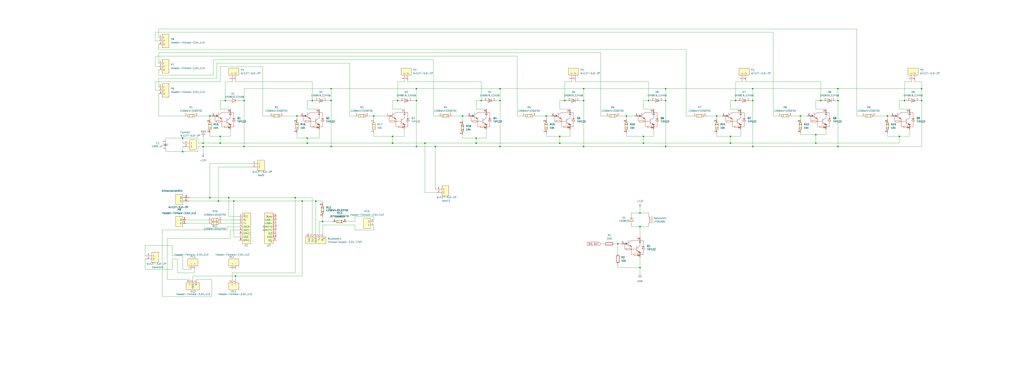
<source format=kicad_sch>
(kicad_sch (version 20250114) (generator "eeschema") (generator_version "9.0")
  (paper "User" 762 279.4)
  (lib_symbols
    (symbol "1N4001_C2456_1"
      (property "Reference" "D1" (at -1.2701 2.54 90))
      (property "Value" "1N4001_C2456" (at 1.2699 2.54 90))
      (symbol "1N4001_C2456_1_1_1"
        (pin unspecified line (at -5.08 0 0) (length 3.81) (name "") (number ""))
        (pin unspecified line (at 5.08 0 180) (length 3.81) (name "") (number ""))
      )
    )
    (symbol "1N4001_C2456_2"
      (property "Reference" "D1" (at -1.2701 2.54 90))
      (property "Value" "1N4001_C2456" (at 1.2699 2.54 90))
      (symbol "1N4001_C2456_2_1_1"
        (pin unspecified line (at -5.08 0 0) (length 3.81) (name "") (number ""))
        (pin unspecified line (at 5.08 0 180) (length 3.81) (name "") (number ""))
      )
    )
    (symbol "Device:L_Iron_Coupled" (pin_names (offset 0.254) (hide yes))
      (property "Reference" "L1" (at 0.8891 -3.81 90))
      (property "Value" "L_Iron_Coupled" (at -1.6509 -3.81 90))
      (symbol "L_Iron_Coupled_1_1"
        (pin passive line (at -5.08 2.54 0) (length 2.54) (name "1") (number ""))
        (pin passive line (at 5.08 2.54 180) (length 2.54) (name "2") (number ""))
      )
    )
    (symbol "Device:R" (pin_numbers (hide yes)) (pin_names (offset 0))
      (property "Reference" "R" (at 2.032 0 90))
      (property "Value" "R" (at 0 0 90))
      (symbol "R_1_1"
        (pin passive line (at 0 3.81 270) (length 1.27) (name "~") (number "1"))
        (pin passive line (at 0 -3.81 90) (length 1.27) (name "~") (number "2"))
      )
    )
    (symbol "HC-PM254-5.0H-1X8PZ_1"
      (property "Reference" "U3" (at 1.524 -11.43 0))
      (symbol "HC-PM254-5.0H-1X8PZ_1_1_1"
        (pin unspecified line (at -2.54 10.16 0) (length 2.54) (name "IO1") (number "9"))
        (pin unspecified line (at -2.54 7.62 0) (length 2.54) (name "GND") (number "10"))
        (pin unspecified line (at -2.54 5.08 0) (length 2.54) (name "IO2") (number "11"))
        (pin unspecified line (at -2.54 2.54 0) (length 2.54) (name "ADKEY1") (number "12"))
        (pin unspecified line (at -2.54 0 0) (length 2.54) (name "ADKEY2") (number "13"))
        (pin unspecified line (at -2.54 -2.54 0) (length 2.54) (name "USB+") (number "14"))
        (pin unspecified line (at -2.54 -5.08 0) (length 2.54) (name "USB-") (number "15"))
        (pin unspecified line (at -2.54 -7.62 0) (length 2.54) (name "Busy") (number "16"))
      )
    )
    (symbol "Header-Female-2.54_1x2_1"
      (property "Reference" "P11" (at 5.334 -2.032 90))
      (property "Value" "Header-Female-2.54_1x2" (at 7.112 -11.684 90))
      (symbol "Header-Female-2.54_1x2_1_1_1"
        (pin input line (at -3.81 1.27 0) (length 2.54) (name "-") (number "1"))
        (pin input line (at -3.81 -1.27 0) (length 2.54) (name "+") (number "2"))
      )
    )
    (symbol "Header-Female-2.54_1x2_3"
      (property "Reference" "P" (at 0 6.35 0))
      (property "Value" "Header-Female-2.54_1x2" (at 0 -6.35 0))
      (symbol "Header-Female-2.54_1x2_3_0_1"
        (pin input line (at -3.81 1.27 0) (length 2.54) (name "1") (number "1"))
        (pin input line (at -3.81 -1.27 0) (length 2.54) (name "2") (number "2"))
      )
    )
    (symbol "Header-Female-2.54_1x3_1"
      (property "Reference" "P" (at 0 7.62 0))
      (property "Value" "Header-Female-2.54_1x3" (at 0 -7.62 0))
      (symbol "Header-Female-2.54_1x3_1_0_1"
        (pin input line (at -3.81 2.54 0) (length 2.54) (name "1") (number "1"))
        (pin input line (at -3.81 0 0) (length 2.54) (name "2") (number "2"))
        (pin input line (at -3.81 -2.54 0) (length 2.54) (name "3") (number "3"))
      )
    )
    (symbol "Header-Female-2.54_1x3_2"
      (property "Reference" "P" (at 0 7.62 0))
      (property "Value" "Header-Female-2.54_1x3" (at 0 -7.62 0))
      (symbol "Header-Female-2.54_1x3_2_0_1"
        (pin input line (at -3.81 2.54 0) (length 2.54) (name "1") (number "1"))
        (pin input line (at -3.81 0 0) (length 2.54) (name "2") (number "2"))
        (pin input line (at -3.81 -2.54 0) (length 2.54) (name "3") (number "3"))
      )
    )
    (symbol "easyeda2kicad:1206W4F2200T5E"
      (property "Reference" "R" (at 0 5.08 0))
      (property "Value" "1206W4F2200T5E" (at 0 -5.08 0))
      (symbol "1206W4F2200T5E_0_1"
        (pin input line (at -5.08 0 0) (length 2.54) (name "1") (number "1"))
        (pin input line (at 5.08 0 180) (length 2.54) (name "2") (number "2"))
      )
    )
    (symbol "easyeda2kicad:1206W4J0102T5E"
      (property "Reference" "R" (at 0 5.08 0))
      (property "Value" "1206W4J0102T5E" (at 0 -5.08 0))
      (symbol "1206W4J0102T5E_0_1"
        (pin input line (at -5.08 0 0) (length 2.54) (name "1") (number "1"))
        (pin input line (at 5.08 0 180) (length 2.54) (name "2") (number "2"))
      )
    )
    (symbol "easyeda2kicad:1N4001_C2456"
      (property "Reference" "D" (at 0 5.08 0))
      (property "Value" "1N4001_C2456" (at 0 -5.08 0))
      (symbol "1N4001_C2456_0_1"
        (pin unspecified line (at -5.08 0 0) (length 3.81) (name "C") (number "1"))
        (pin unspecified line (at 5.08 0 180) (length 3.81) (name "A") (number "2"))
      )
    )
    (symbol "easyeda2kicad:CBBCapacitor224J_630V"
      (property "Reference" "C" (at 0 5.08 0))
      (property "Value" "CBBCapacitor 224J/630V" (at 0 -5.08 0))
      (symbol "CBBCapacitor224J_630V_0_1"
        (pin input line (at -3.81 0 0) (length 2.54) (name "1") (number "1"))
        (pin input line (at 3.81 0 180) (length 2.54) (name "2") (number "2"))
      )
    )
    (symbol "easyeda2kicad:Femaleheader　2.541*5Ｐ"
      (property "Reference" "Bluetooth" (at -0.0001 8.89 90))
      (property "Value" "Female header　2.54 1*5Ｐ" (at 2.5399 8.89 90))
      (symbol "Femaleheader　2.541*5Ｐ_1_1"
        (pin unspecified line (at -3.81 5.08 0) (length 2.54) (name "Rx") (number "1"))
        (pin unspecified line (at -3.81 2.54 0) (length 2.54) (name "Tx") (number "2"))
        (pin unspecified line (at -3.81 0 0) (length 2.54) (name "GND") (number "3"))
        (pin unspecified line (at -3.81 -2.54 0) (length 2.54) (name "Vcc") (number "4"))
        (pin unspecified line (at -3.81 -5.08 0) (length 2.54) (name "Key") (number "5"))
      )
    )
    (symbol "easyeda2kicad:HC-PM254-5.0H-1X8PZ"
      (property "Reference" "U2" (at 6.35 2.5401 0))
      (property "Value" "HC-PM254-5.0H-1X8PZ" (at 6.35 0.0001 0))
      (symbol "HC-PM254-5.0H-1X8PZ_1_1"
        (pin unspecified line (at -2.54 10.16 0) (length 2.54) (name "VCC") (number "1"))
        (pin unspecified line (at -2.54 7.62 0) (length 2.54) (name "Rx") (number "2"))
        (pin unspecified line (at -2.54 5.08 0) (length 2.54) (name "Tx") (number "3"))
        (pin unspecified line (at -2.54 2.54 0) (length 2.54) (name "DACR") (number "4"))
        (pin unspecified line (at -2.54 0 0) (length 2.54) (name "DACL") (number "5"))
        (pin unspecified line (at -2.54 -2.54 0) (length 2.54) (name "SPK2") (number "6"))
        (pin unspecified line (at -2.54 -5.08 0) (length 2.54) (name "GND") (number "7"))
        (pin unspecified line (at -2.54 -7.62 0) (length 2.54) (name "SPK1") (number "8"))
      )
    )
    (symbol "easyeda2kicad:Header-Female-2.54_1x2"
      (property "Reference" "R" (at 5.334 -0.508 90))
      (property "Value" "Header-Female-2.54_1x2" (at 7.112 -11.684 90))
      (symbol "Header-Female-2.54_1x2_1_1"
        (pin input line (at -3.81 1.27 0) (length 2.54) (name "+") (number "1"))
        (pin input line (at -3.81 -1.27 0) (length 2.54) (name "-") (number "2"))
      )
    )
    (symbol "easyeda2kicad:Header-Female-2.54_1x3"
      (property "Reference" "P12" (at 5.334 -1.778 90))
      (property "Value" "Header-Female-2.54_1x3" (at 7.112 -12.446 90))
      (symbol "Header-Female-2.54_1x3_1_1"
        (pin input line (at -3.81 2.54 0) (length 2.54) (name "R") (number "1"))
        (pin input line (at -3.81 0 0) (length 2.54) (name "GND") (number "2"))
        (pin input line (at -3.81 -2.54 0) (length 2.54) (name "L") (number "3"))
      )
    )
    (symbol "easyeda2kicad:RTT066800FTP"
      (property "Reference" "R" (at 0 5.08 0))
      (property "Value" "RTT066800FTP" (at 0 -5.08 0))
      (symbol "RTT066800FTP_0_1"
        (pin input line (at -5.08 0 0) (length 2.54) (name "1") (number "1"))
        (pin input line (at 5.08 0 180) (length 2.54) (name "2") (number "2"))
      )
    )
    (symbol "easyeda2kicad:TIP120"
      (property "Reference" "Q" (at 0 12.7 0))
      (property "Value" "TIP120" (at 0 -12.7 0))
      (symbol "TIP120_0_1"
        (pin input line (at -7.62 2.54 0) (length 2.54) (name "B") (number "1"))
        (pin input line (at 6.35 7.62 270) (length 2.54) (name "C") (number "2"))
        (pin input line (at 6.35 -7.62 90) (length 2.54) (name "E") (number "3"))
      )
    )
    (symbol "easyeda2kicad:WJ127-5.0-2P"
      (property "Reference" "P" (at 0 0 0))
      (property "Value" "WJ127-5.0-2P" (at 0 -10.16 0))
      (symbol "WJ127-5.0-2P_0_1"
        (pin unspecified line (at -1.27 -5.08 90) (length 5.08) (name "1") (number "1"))
        (pin unspecified line (at 1.27 -5.08 90) (length 5.08) (name "2") (number "2"))
      )
    )
    (symbol "power:+12V" (power) (pin_numbers (hide yes)) (pin_names (offset 0) (hide yes))
      (property "Value" "+12V" (at 0 3.556 0))
      (symbol "+12V_1_1"
        (pin power_in line (at 0 0 90) (length 0) (name "~") (number "1"))
      )
    )
    (symbol "power:GND" (power) (pin_numbers (hide yes)) (pin_names (offset 0) (hide yes))
      (property "Value" "GND" (at 0 -3.81 0))
      (symbol "GND_1_1"
        (pin power_in line (at 0 0 270) (length 0) (name "~") (number "1"))
      )
    )
  )
  (junction (at 434.34 74.93))
  (junction (at 323.85 109.22))
  (junction (at 246.38 74.93))
  (junction (at 173.99 149.86))
  (junction (at 416.56 106.68))
  (junction (at 175.26 205.74))
  (junction (at 623.57 66.04))
  (junction (at 406.4 86.36))
  (junction (at 220.98 86.36))
  (junction (at 495.3 74.93))
  (junction (at 669.29 101.6))
  (junction (at 295.91 74.93))
  (junction (at 354.33 106.68))
  (junction (at 476.25 168.91))
  (junction (at 246.38 109.22))
  (junction (at 219.71 147.32))
  (junction (at 673.1 74.93))
  (junction (at 495.3 66.04))
  (junction (at 156.21 147.32))
  (junction (at 560.07 74.93))
  (junction (at 478.79 101.6))
  (junction (at 309.88 109.22))
  (junction (at 167.64 74.93))
  (junction (at 610.87 74.93))
  (junction (at 228.6 102.87))
  (junction (at 543.56 106.68))
  (junction (at 595.63 86.36))
  (junction (at 416.56 101.6))
  (junction (at 543.56 101.6))
  (junction (at 466.09 86.36))
  (junction (at 547.37 74.93))
  (junction (at 434.34 66.04))
  (junction (at 434.34 109.22))
  (junction (at 309.88 66.04))
  (junction (at 685.8 74.93))
  (junction (at 476.25 158.75))
  (junction (at 495.3 109.22))
  (junction (at 135.89 102.87))
  (junction (at 163.83 101.6))
  (junction (at 607.06 100.33))
  (junction (at 607.06 106.68))
  (junction (at 344.17 86.36))
  (junction (at 162.56 149.86))
  (junction (at 623.57 74.93))
  (junction (at 234.95 149.86))
  (junction (at 459.74 181.61))
  (junction (at 292.1 101.6))
  (junction (at 560.07 109.22))
  (junction (at 372.11 109.22))
  (junction (at 309.88 74.93))
  (junction (at 316.23 106.68))
  (junction (at 372.11 74.93))
  (junction (at 240.03 165.1))
  (junction (at 660.4 86.36))
  (junction (at 533.4 86.36))
  (junction (at 623.57 109.22))
  (junction (at 372.11 66.04))
  (junction (at 156.21 86.36))
  (junction (at 354.33 102.87))
  (junction (at 135.89 113.03))
  (junction (at 246.38 66.04))
  (junction (at 163.83 106.68))
  (junction (at 170.18 147.32))
  (junction (at 476.25 199.39))
  (junction (at 478.79 106.68))
  (junction (at 232.41 74.93))
  (junction (at 181.61 109.22))
  (junction (at 181.61 74.93))
  (junction (at 228.6 106.68))
  (junction (at 420.37 74.93))
  (junction (at 292.1 106.68))
  (junction (at 685.8 66.04))
  (junction (at 151.13 106.68))
  (junction (at 358.14 74.93))
  (junction (at 151.13 109.22))
  (junction (at 224.79 149.86))
  (junction (at 482.6 74.93))
  (junction (at 278.13 86.36))
  (junction (at 560.07 66.04))
  (wire (pts (xy 610.87 74.93) (xy 612.14 74.93)))
  (wire (pts (xy 243.84 74.93) (xy 246.38 74.93)))
  (wire (pts (xy 158.75 55.88) (xy 158.75 44.45)))
  (wire (pts (xy 220.98 102.87) (xy 228.6 102.87)))
  (wire (pts (xy 420.37 60.96) (xy 425.45 60.96)))
  (wire (pts (xy 186.69 124.46) (xy 162.56 124.46)))
  (wire (pts (xy 147.32 102.87) (xy 147.32 106.68)))
  (wire (pts (xy 167.64 74.93) (xy 168.91 74.93)))
  (wire (pts (xy 147.32 113.03) (xy 147.32 109.22)))
  (wire (pts (xy 143.51 208.28) (xy 143.51 205.74)))
  (wire (pts (xy 685.8 60.96) (xy 685.8 66.04)))
  (wire (pts (xy 140.97 147.32) (xy 156.21 147.32)))
  (wire (pts (xy 135.89 106.68) (xy 135.89 102.87)))
  (wire (pts (xy 228.6 102.87) (xy 228.6 106.68)))
  (wire (pts (xy 234.95 149.86) (xy 234.95 173.99)))
  (wire (pts (xy 147.32 86.36) (xy 156.21 86.36)))
  (wire (pts (xy 673.1 74.93) (xy 674.37 74.93)))
  (wire (pts (xy 676.91 101.6) (xy 669.29 101.6)))
  (wire (pts (xy 669.29 81.28) (xy 676.91 81.28)))
  (wire (pts (xy 232.41 173.99) (xy 232.41 147.32)))
  (wire (pts (xy 264.16 167.64) (xy 264.16 171.45)))
  (wire (pts (xy 118.11 46.99) (xy 118.11 39.37)))
  (wire (pts (xy 466.09 86.36) (xy 466.09 88.9)))
  (wire (pts (xy 172.72 208.28) (xy 172.72 203.2)))
  (wire (pts (xy 560.07 109.22) (xy 623.57 109.22)))
  (wire (pts (xy 292.1 74.93) (xy 295.91 74.93)))
  (wire (pts (xy 406.4 99.06) (xy 406.4 101.6)))
  (wire (pts (xy 228.6 74.93) (xy 232.41 74.93)))
  (wire (pts (xy 322.58 44.45) (xy 322.58 86.36)))
  (wire (pts (xy 220.98 86.36) (xy 220.98 88.9)))
  (wire (pts (xy 560.07 66.04) (xy 560.07 74.93)))
  (wire (pts (xy 354.33 102.87) (xy 354.33 106.68)))
  (wire (pts (xy 210.82 86.36) (xy 220.98 86.36)))
  (wire (pts (xy 447.04 86.36) (xy 447.04 39.37)))
  (wire (pts (xy 156.21 101.6) (xy 163.83 101.6)))
  (wire (pts (xy 482.6 60.96) (xy 482.6 74.93)))
  (wire (pts (xy 292.1 74.93) (xy 292.1 81.28)))
  (wire (pts (xy 398.78 86.36) (xy 406.4 86.36)))
  (wire (pts (xy 476.25 199.39) (xy 476.25 204.47)))
  (wire (pts (xy 476.25 168.91) (xy 482.6 168.91)))
  (wire (pts (xy 309.88 66.04) (xy 372.11 66.04)))
  (wire (pts (xy 469.9 158.75) (xy 476.25 158.75)))
  (wire (pts (xy 589.28 86.36) (xy 595.63 86.36)))
  (wire (pts (xy 151.13 101.6) (xy 151.13 106.68)))
  (wire (pts (xy 186.69 121.92) (xy 156.21 121.92)))
  (wire (pts (xy 175.26 205.74) (xy 224.79 205.74)))
  (wire (pts (xy 323.85 109.22) (xy 372.11 109.22)))
  (wire (pts (xy 623.57 109.22) (xy 685.8 109.22)))
  (wire (pts (xy 303.53 60.96) (xy 358.14 60.96)))
  (wire (pts (xy 424.18 101.6) (xy 416.56 101.6)))
  (wire (pts (xy 416.56 74.93) (xy 416.56 81.28)))
  (wire (pts (xy 558.8 74.93) (xy 560.07 74.93)))
  (wire (pts (xy 486.41 101.6) (xy 478.79 101.6)))
  (wire (pts (xy 115.57 30.48) (xy 118.11 30.48)))
  (wire (pts (xy 309.88 109.22) (xy 323.85 109.22)))
  (wire (pts (xy 274.32 86.36) (xy 278.13 86.36)))
  (wire (pts (xy 623.57 109.22) (xy 623.57 74.93)))
  (wire (pts (xy 607.06 100.33) (xy 607.06 106.68)))
  (wire (pts (xy 466.09 101.6) (xy 478.79 101.6)))
  (wire (pts (xy 134.62 153.67) (xy 130.81 153.67)))
  (wire (pts (xy 547.37 74.93) (xy 548.64 74.93)))
  (wire (pts (xy 300.99 101.6) (xy 292.1 101.6)))
  (wire (pts (xy 372.11 66.04) (xy 372.11 74.93)))
  (wire (pts (xy 495.3 66.04) (xy 560.07 66.04)))
  (wire (pts (xy 157.48 220.98) (xy 120.65 220.98)))
  (wire (pts (xy 478.79 74.93) (xy 478.79 81.28)))
  (wire (pts (xy 300.99 96.52) (xy 300.99 101.6)))
  (wire (pts (xy 224.79 205.74) (xy 224.79 149.86)))
  (wire (pts (xy 170.18 147.32) (xy 170.18 161.29)))
  (wire (pts (xy 358.14 74.93) (xy 359.41 74.93)))
  (wire (pts (xy 246.38 66.04) (xy 309.88 66.04)))
  (wire (pts (xy 138.43 166.37) (xy 154.94 166.37)))
  (wire (pts (xy 123.19 102.87) (xy 135.89 102.87)))
  (wire (pts (xy 220.98 86.36) (xy 223.52 86.36)))
  (wire (pts (xy 156.21 121.92) (xy 156.21 147.32)))
  (wire (pts (xy 476.25 158.75) (xy 482.6 158.75)))
  (wire (pts (xy 461.01 86.36) (xy 466.09 86.36)))
  (wire (pts (xy 278.13 86.36) (xy 287.02 86.36)))
  (wire (pts (xy 151.13 109.22) (xy 151.13 114.3)))
  (wire (pts (xy 120.65 220.98) (xy 120.65 171.45)))
  (wire (pts (xy 344.17 86.36) (xy 344.17 90.17)))
  (wire (pts (xy 163.83 74.93) (xy 163.83 81.28)))
  (wire (pts (xy 115.57 41.91) (xy 384.81 41.91)))
  (wire (pts (xy 434.34 66.04) (xy 495.3 66.04)))
  (wire (pts (xy 533.4 101.6) (xy 543.56 101.6)))
  (wire (pts (xy 466.09 99.06) (xy 466.09 101.6)))
  (wire (pts (xy 494.03 74.93) (xy 495.3 74.93)))
  (wire (pts (xy 476.25 154.94) (xy 476.25 158.75)))
  (wire (pts (xy 427.99 60.96) (xy 482.6 60.96)))
  (wire (pts (xy 684.53 74.93) (xy 685.8 74.93)))
  (wire (pts (xy 232.41 60.96) (xy 232.41 74.93)))
  (wire (pts (xy 560.07 66.04) (xy 623.57 66.04)))
  (wire (pts (xy 336.55 86.36) (xy 344.17 86.36)))
  (wire (pts (xy 323.85 143.51) (xy 316.23 143.51)))
  (wire (pts (xy 240.03 161.29) (xy 240.03 165.1)))
  (wire (pts (xy 118.11 58.42) (xy 161.29 58.42)))
  (wire (pts (xy 372.11 109.22) (xy 372.11 74.93)))
  (wire (pts (xy 660.4 86.36) (xy 662.94 86.36)))
  (wire (pts (xy 118.11 52.07) (xy 118.11 55.88)))
  (wire (pts (xy 128.27 193.04) (xy 132.08 193.04)))
  (wire (pts (xy 510.54 86.36) (xy 510.54 36.83)))
  (wire (pts (xy 595.63 86.36) (xy 595.63 88.9)))
  (wire (pts (xy 607.06 100.33) (xy 614.68 100.33)))
  (wire (pts (xy 151.13 106.68) (xy 163.83 106.68)))
  (wire (pts (xy 167.64 60.96) (xy 167.64 74.93)))
  (wire (pts (xy 171.45 101.6) (xy 163.83 101.6)))
  (wire (pts (xy 680.72 60.96) (xy 685.8 60.96)))
  (wire (pts (xy 107.95 182.88) (xy 128.27 182.88)))
  (wire (pts (xy 165.1 163.83) (xy 177.8 163.83)))
  (wire (pts (xy 406.4 86.36) (xy 410.21 86.36)))
  (wire (pts (xy 143.51 205.74) (xy 175.26 205.74)))
  (wire (pts (xy 637.54 86.36) (xy 641.35 86.36)))
  (wire (pts (xy 177.8 176.53) (xy 173.99 176.53)))
  (wire (pts (xy 295.91 60.96) (xy 300.99 60.96)))
  (wire (pts (xy 120.65 171.45) (xy 168.91 171.45)))
  (wire (pts (xy 171.45 171.45) (xy 171.45 177.8)))
  (wire (pts (xy 669.29 101.6) (xy 669.29 106.68)))
  (wire (pts (xy 669.29 74.93) (xy 673.1 74.93)))
  (wire (pts (xy 224.79 149.86) (xy 234.95 149.86)))
  (wire (pts (xy 478.79 81.28) (xy 486.41 81.28)))
  (wire (pts (xy 128.27 200.66) (xy 107.95 200.66)))
  (wire (pts (xy 147.32 106.68) (xy 151.13 106.68)))
  (wire (pts (xy 416.56 81.28) (xy 424.18 81.28)))
  (wire (pts (xy 260.35 86.36) (xy 264.16 86.36)))
  (wire (pts (xy 165.1 166.37) (xy 177.8 166.37)))
  (wire (pts (xy 515.62 86.36) (xy 510.54 86.36)))
  (wire (pts (xy 637.54 21.59) (xy 637.54 86.36)))
  (wire (pts (xy 551.18 101.6) (xy 543.56 101.6)))
  (wire (pts (xy 264.16 165.1) (xy 264.16 161.29)))
  (wire (pts (xy 495.3 66.04) (xy 495.3 74.93)))
  (wire (pts (xy 533.4 86.36) (xy 537.21 86.36)))
  (wire (pts (xy 118.11 86.36) (xy 118.11 69.85)))
  (wire (pts (xy 607.06 81.28) (xy 614.68 81.28)))
  (wire (pts (xy 533.4 99.06) (xy 533.4 101.6)))
  (wire (pts (xy 128.27 182.88) (xy 128.27 190.5)))
  (wire (pts (xy 322.58 86.36) (xy 326.39 86.36)))
  (wire (pts (xy 406.4 86.36) (xy 406.4 88.9)))
  (wire (pts (xy 685.8 66.04) (xy 685.8 74.93)))
  (wire (pts (xy 678.18 60.96) (xy 673.1 60.96)))
  (wire (pts (xy 161.29 58.42) (xy 161.29 46.99)))
  (wire (pts (xy 135.89 109.22) (xy 135.89 113.03)))
  (wire (pts (xy 344.17 100.33) (xy 344.17 102.87)))
  (wire (pts (xy 151.13 109.22) (xy 181.61 109.22)))
  (wire (pts (xy 476.25 191.77) (xy 476.25 199.39)))
  (wire (pts (xy 623.57 66.04) (xy 685.8 66.04)))
  (wire (pts (xy 232.41 147.32) (xy 219.71 147.32)))
  (wire (pts (xy 132.08 193.04) (xy 132.08 203.2)))
  (wire (pts (xy 219.71 147.32) (xy 170.18 147.32)))
  (wire (pts (xy 607.06 74.93) (xy 610.87 74.93)))
  (wire (pts (xy 115.57 41.91) (xy 115.57 49.53)))
  (wire (pts (xy 163.83 81.28) (xy 171.45 81.28)))
  (wire (pts (xy 162.56 149.86) (xy 173.99 149.86)))
  (wire (pts (xy 135.89 102.87) (xy 147.32 102.87)))
  (wire (pts (xy 115.57 60.96) (xy 115.57 67.31)))
  (wire (pts (xy 384.81 86.36) (xy 384.81 41.91)))
  (wire (pts (xy 420.37 74.93) (xy 421.64 74.93)))
  (wire (pts (xy 424.18 96.52) (xy 424.18 101.6)))
  (wire (pts (xy 156.21 86.36) (xy 156.21 88.9)))
  (wire (pts (xy 482.6 74.93) (xy 483.87 74.93)))
  (wire (pts (xy 128.27 193.04) (xy 128.27 200.66)))
  (wire (pts (xy 614.68 96.52) (xy 614.68 100.33)))
  (wire (pts (xy 118.11 55.88) (xy 158.75 55.88)))
  (wire (pts (xy 200.66 86.36) (xy 195.58 86.36)))
  (wire (pts (xy 292.1 81.28) (xy 300.99 81.28)))
  (wire (pts (xy 228.6 81.28) (xy 237.49 81.28)))
  (wire (pts (xy 228.6 74.93) (xy 228.6 81.28)))
  (wire (pts (xy 118.11 39.37) (xy 447.04 39.37)))
  (wire (pts (xy 175.26 205.74) (xy 175.26 208.28)))
  (wire (pts (xy 344.17 86.36) (xy 347.98 86.36)))
  (wire (pts (xy 543.56 81.28) (xy 551.18 81.28)))
  (wire (pts (xy 607.06 74.93) (xy 607.06 81.28)))
  (wire (pts (xy 264.16 171.45) (xy 278.13 171.45)))
  (wire (pts (xy 162.56 124.46) (xy 162.56 149.86)))
  (wire (pts (xy 118.11 33.02) (xy 118.11 36.83)))
  (wire (pts (xy 240.03 165.1) (xy 237.49 165.1)))
  (wire (pts (xy 369.57 74.93) (xy 372.11 74.93)))
  (wire (pts (xy 476.25 168.91) (xy 476.25 176.53)))
  (wire (pts (xy 622.3 74.93) (xy 623.57 74.93)))
  (wire (pts (xy 457.2 181.61) (xy 459.74 181.61)))
  (wire (pts (xy 181.61 109.22) (xy 246.38 109.22)))
  (wire (pts (xy 173.99 149.86) (xy 173.99 176.53)))
  (wire (pts (xy 372.11 66.04) (xy 434.34 66.04)))
  (wire (pts (xy 543.56 74.93) (xy 543.56 81.28)))
  (wire (pts (xy 123.19 104.14) (xy 123.19 102.87)))
  (wire (pts (xy 547.37 60.96) (xy 552.45 60.96)))
  (wire (pts (xy 651.51 86.36) (xy 660.4 86.36)))
  (wire (pts (xy 118.11 21.59) (xy 118.11 27.94)))
  (wire (pts (xy 264.16 161.29) (xy 278.13 161.29)))
  (wire (pts (xy 459.74 199.39) (xy 476.25 199.39)))
  (wire (pts (xy 295.91 74.93) (xy 297.18 74.93)))
  (wire (pts (xy 623.57 66.04) (xy 623.57 74.93)))
  (wire (pts (xy 434.34 109.22) (xy 434.34 74.93)))
  (wire (pts (xy 607.06 106.68) (xy 669.29 106.68)))
  (wire (pts (xy 669.29 74.93) (xy 669.29 81.28)))
  (wire (pts (xy 354.33 74.93) (xy 354.33 81.28)))
  (wire (pts (xy 195.58 86.36) (xy 195.58 49.53)))
  (wire (pts (xy 118.11 58.42) (xy 118.11 64.77)))
  (wire (pts (xy 170.18 161.29) (xy 177.8 161.29)))
  (wire (pts (xy 167.64 60.96) (xy 172.72 60.96)))
  (wire (pts (xy 228.6 106.68) (xy 292.1 106.68)))
  (wire (pts (xy 685.8 109.22) (xy 685.8 74.93)))
  (wire (pts (xy 156.21 86.36) (xy 157.48 86.36)))
  (wire (pts (xy 278.13 86.36) (xy 278.13 88.9)))
  (wire (pts (xy 469.9 168.91) (xy 476.25 168.91)))
  (wire (pts (xy 118.11 21.59) (xy 637.54 21.59)))
  (wire (pts (xy 163.83 49.53) (xy 163.83 60.96)))
  (wire (pts (xy 431.8 74.93) (xy 434.34 74.93)))
  (wire (pts (xy 135.89 190.5) (xy 135.89 200.66)))
  (wire (pts (xy 240.03 167.64) (xy 240.03 173.99)))
  (wire (pts (xy 610.87 60.96) (xy 610.87 74.93)))
  (wire (pts (xy 237.49 102.87) (xy 228.6 102.87)))
  (wire (pts (xy 220.98 99.06) (xy 220.98 102.87)))
  (wire (pts (xy 240.03 149.86) (xy 234.95 149.86)))
  (wire (pts (xy 240.03 167.64) (xy 264.16 167.64)))
  (wire (pts (xy 140.97 149.86) (xy 162.56 149.86)))
  (wire (pts (xy 232.41 74.93) (xy 233.68 74.93)))
  (wire (pts (xy 495.3 109.22) (xy 560.07 109.22)))
  (wire (pts (xy 525.78 86.36) (xy 533.4 86.36)))
  (wire (pts (xy 354.33 74.93) (xy 358.14 74.93)))
  (wire (pts (xy 115.57 49.53) (xy 118.11 49.53)))
  (wire (pts (xy 575.31 24.13) (xy 575.31 86.36)))
  (wire (pts (xy 575.31 86.36) (xy 579.12 86.36)))
  (wire (pts (xy 292.1 106.68) (xy 316.23 106.68)))
  (wire (pts (xy 123.19 111.76) (xy 123.19 113.03)))
  (wire (pts (xy 135.89 200.66) (xy 142.24 200.66)))
  (wire (pts (xy 175.26 60.96) (xy 232.41 60.96)))
  (wire (pts (xy 146.05 208.28) (xy 157.48 208.28)))
  (wire (pts (xy 107.95 190.5) (xy 107.95 182.88)))
  (wire (pts (xy 292.1 101.6) (xy 292.1 106.68)))
  (wire (pts (xy 118.11 36.83) (xy 510.54 36.83)))
  (wire (pts (xy 344.17 102.87) (xy 354.33 102.87)))
  (wire (pts (xy 124.46 208.28) (xy 124.46 177.8)))
  (wire (pts (xy 354.33 81.28) (xy 361.95 81.28)))
  (wire (pts (xy 354.33 106.68) (xy 416.56 106.68)))
  (wire (pts (xy 181.61 66.04) (xy 181.61 74.93)))
  (wire (pts (xy 137.16 86.36) (xy 118.11 86.36)))
  (wire (pts (xy 278.13 171.45) (xy 278.13 167.64)))
  (wire (pts (xy 676.91 96.52) (xy 676.91 101.6)))
  (wire (pts (xy 173.99 149.86) (xy 224.79 149.86)))
  (wire (pts (xy 115.57 67.31) (xy 118.11 67.31)))
  (wire (pts (xy 237.49 96.52) (xy 237.49 102.87)))
  (wire (pts (xy 135.89 113.03) (xy 147.32 113.03)))
  (wire (pts (xy 156.21 147.32) (xy 170.18 147.32)))
  (wire (pts (xy 372.11 109.22) (xy 434.34 109.22)))
  (wire (pts (xy 316.23 106.68) (xy 354.33 106.68)))
  (wire (pts (xy 157.48 208.28) (xy 157.48 220.98)))
  (wire (pts (xy 132.08 203.2) (xy 144.78 203.2)))
  (wire (pts (xy 406.4 101.6) (xy 416.56 101.6)))
  (wire (pts (xy 179.07 74.93) (xy 181.61 74.93)))
  (wire (pts (xy 260.35 46.99) (xy 260.35 86.36)))
  (wire (pts (xy 147.32 109.22) (xy 151.13 109.22)))
  (wire (pts (xy 181.61 109.22) (xy 181.61 74.93)))
  (wire (pts (xy 181.61 66.04) (xy 246.38 66.04)))
  (wire (pts (xy 459.74 181.61) (xy 462.28 181.61)))
  (wire (pts (xy 495.3 109.22) (xy 495.3 74.93)))
  (wire (pts (xy 459.74 181.61) (xy 459.74 189.23)))
  (wire (pts (xy 124.46 177.8) (xy 171.45 177.8)))
  (wire (pts (xy 673.1 60.96) (xy 673.1 74.93)))
  (wire (pts (xy 660.4 101.6) (xy 669.29 101.6)))
  (wire (pts (xy 450.85 86.36) (xy 447.04 86.36)))
  (wire (pts (xy 163.83 60.96) (xy 115.57 60.96)))
  (wire (pts (xy 416.56 74.93) (xy 420.37 74.93)))
  (wire (pts (xy 478.79 106.68) (xy 543.56 106.68)))
  (wire (pts (xy 115.57 24.13) (xy 575.31 24.13)))
  (wire (pts (xy 107.95 200.66) (xy 107.95 193.04)))
  (wire (pts (xy 115.57 24.13) (xy 115.57 30.48)))
  (wire (pts (xy 307.34 74.93) (xy 309.88 74.93)))
  (wire (pts (xy 466.09 86.36) (xy 472.44 86.36)))
  (wire (pts (xy 278.13 161.29) (xy 278.13 165.1)))
  (wire (pts (xy 533.4 86.36) (xy 533.4 88.9)))
  (wire (pts (xy 543.56 101.6) (xy 543.56 106.68)))
  (wire (pts (xy 163.83 101.6) (xy 163.83 106.68)))
  (wire (pts (xy 660.4 86.36) (xy 660.4 88.9)))
  (wire (pts (xy 295.91 60.96) (xy 295.91 74.93)))
  (wire (pts (xy 158.75 44.45) (xy 322.58 44.45)))
  (wire (pts (xy 171.45 96.52) (xy 171.45 101.6)))
  (wire (pts (xy 163.83 106.68) (xy 228.6 106.68)))
  (wire (pts (xy 237.49 165.1) (xy 237.49 173.99)))
  (wire (pts (xy 168.91 171.45) (xy 168.91 168.91)))
  (wire (pts (xy 660.4 99.06) (xy 660.4 101.6)))
  (wire (pts (xy 257.81 165.1) (xy 264.16 165.1)))
  (wire (pts (xy 309.88 109.22) (xy 309.88 74.93)))
  (wire (pts (xy 195.58 49.53) (xy 163.83 49.53)))
  (wire (pts (xy 161.29 46.99) (xy 260.35 46.99)))
  (wire (pts (xy 247.65 165.1) (xy 240.03 165.1)))
  (wire (pts (xy 246.38 109.22) (xy 246.38 74.93)))
  (wire (pts (xy 316.23 143.51) (xy 316.23 106.68)))
  (wire (pts (xy 547.37 60.96) (xy 547.37 74.93)))
  (wire (pts (xy 323.85 109.22) (xy 323.85 140.97)))
  (wire (pts (xy 543.56 74.93) (xy 547.37 74.93)))
  (wire (pts (xy 138.43 163.83) (xy 154.94 163.83)))
  (wire (pts (xy 543.56 106.68) (xy 607.06 106.68)))
  (wire (pts (xy 554.99 60.96) (xy 610.87 60.96)))
  (wire (pts (xy 416.56 106.68) (xy 478.79 106.68)))
  (wire (pts (xy 416.56 101.6) (xy 416.56 106.68)))
  (wire (pts (xy 551.18 96.52) (xy 551.18 101.6)))
  (wire (pts (xy 486.41 96.52) (xy 486.41 101.6)))
  (wire (pts (xy 163.83 74.93) (xy 167.64 74.93)))
  (wire (pts (xy 278.13 99.06) (xy 278.13 101.6)))
  (wire (pts (xy 246.38 109.22) (xy 309.88 109.22)))
  (wire (pts (xy 459.74 196.85) (xy 459.74 199.39)))
  (wire (pts (xy 140.97 208.28) (xy 124.46 208.28)))
  (wire (pts (xy 478.79 101.6) (xy 478.79 106.68)))
  (wire (pts (xy 354.33 102.87) (xy 361.95 102.87)))
  (wire (pts (xy 478.79 74.93) (xy 482.6 74.93)))
  (wire (pts (xy 144.78 203.2) (xy 144.78 200.66)))
  (wire (pts (xy 246.38 66.04) (xy 246.38 74.93)))
  (wire (pts (xy 560.07 109.22) (xy 560.07 74.93)))
  (wire (pts (xy 388.62 86.36) (xy 384.81 86.36)))
  (wire (pts (xy 358.14 60.96) (xy 358.14 74.93)))
  (wire (pts (xy 595.63 100.33) (xy 607.06 100.33)))
  (wire (pts (xy 447.04 181.61) (xy 449.58 181.61)))
  (wire (pts (xy 128.27 190.5) (xy 135.89 190.5)))
  (wire (pts (xy 434.34 109.22) (xy 495.3 109.22)))
  (wire (pts (xy 172.72 203.2) (xy 219.71 203.2)))
  (wire (pts (xy 278.13 101.6) (xy 292.1 101.6)))
  (wire (pts (xy 309.88 66.04) (xy 309.88 74.93)))
  (wire (pts (xy 123.19 113.03) (xy 135.89 113.03)))
  (wire (pts (xy 420.37 60.96) (xy 420.37 74.93)))
  (wire (pts (xy 219.71 147.32) (xy 219.71 203.2)))
  (wire (pts (xy 361.95 96.52) (xy 361.95 102.87)))
  (wire (pts (xy 595.63 86.36) (xy 600.71 86.36)))
  (wire (pts (xy 434.34 66.04) (xy 434.34 74.93)))
  (wire (pts (xy 177.8 171.45) (xy 171.45 171.45)))
  (wire (pts (xy 240.03 151.13) (xy 240.03 149.86)))
  (wire (pts (xy 156.21 99.06) (xy 156.21 101.6)))
  (wire (pts (xy 168.91 168.91) (xy 177.8 168.91)))
  (wire (pts (xy 595.63 99.06) (xy 595.63 100.33)))
  (global_label "DIG OUT" (shape input) (at 447.04 181.61 180) (property "Intersheetrefs" "${INTERSHEET_REFS}" (effects (hide yes))))
  (symbol (lib_id "easyeda2kicad:1206W4F2200T5E") (at 533.4 93.98 90) (unit 1)
    (property "Reference" "R21" (at 535.94 92.7099 90) (effects (justify right)))
    (property "Value" "10k" (at 535.94 95.2499 90) (effects (justify right)))
    (property "Footprint" "easyeda2kicad:R1206" (effects (hide yes)))
    (property "Datasheet" "https://lcsc.com/product-detail/Chip-Resistor-Surface-Mount-UniOhm_220R-2200-1_C17957.html" (effects (hide yes)))
    (property "LCSC Part" "C17957" (effects (hide yes)))
  )
  (symbol (lib_id "easyeda2kicad:WJ127-5.0-2P") (at 302.26 55.88 0) (unit 1)
    (property "Reference" "P2" (at 307.34 52.0699 0) (effects (justify left)))
    (property "Value" "WJ127-5.0-2P" (at 307.34 54.6099 0) (effects (justify left)))
    (property "Footprint" "easyeda2kicad:CONN-TH_2P-P5.00_CPC3703CTR" (effects (hide yes)))
    (property "Datasheet" "https://lcsc.com/product-detail/Terminal-Blocks_WJ127-5-0-2P_C3703.html" (effects (hide yes)))
    (property "LCSC Part" "C3703" (effects (hide yes)))
  )
  (symbol (lib_id "easyeda2kicad:1206W4F2200T5E") (at 584.2 86.36 0) (unit 1)
    (property "Reference" "R8" (at 584.2 80.01 0))
    (property "Value" "1206W4F2200T5E" (at 584.2 82.55 0))
    (property "Footprint" "easyeda2kicad:R1206" (effects (hide yes)))
    (property "Datasheet" "https://lcsc.com/product-detail/Chip-Resistor-Surface-Mount-UniOhm_220R-2200-1_C17957.html" (effects (hide yes)))
    (property "LCSC Part" "C17957" (effects (hide yes)))
  )
  (symbol (lib_name "1N4001_C2456_2") (lib_id "easyeda2kicad:1N4001_C2456") (at 469.9 163.83 270) (unit 1)
    (property "Reference" "D1" (at 463.042 162.306 90) (effects (justify left)))
    (property "Value" "1N5819" (at 460.502 164.592 90) (effects (justify left)))
    (property "Footprint" "easyeda2kicad:DO-41_BD2.4-L4.7-P8.70-D0.9-RD" (effects (hide yes)))
    (property "Datasheet" "https://lcsc.com/product-detail/Diodes-General-Purpose_1N4001_C2456.html" (effects (hide yes)))
    (property "LCSC Part" "C2456" (effects (hide yes)))
  )
  (symbol (lib_id "easyeda2kicad:1206W4F2200T5E") (at 595.63 93.98 90) (unit 1)
    (property "Reference" "R22" (at 598.17 92.7099 90) (effects (justify right)))
    (property "Value" "10k" (at 598.17 95.2499 90) (effects (justify right)))
    (property "Footprint" "easyeda2kicad:R1206" (effects (hide yes)))
    (property "Datasheet" "https://lcsc.com/product-detail/Chip-Resistor-Surface-Mount-UniOhm_220R-2200-1_C17957.html" (effects (hide yes)))
    (property "LCSC Part" "C17957" (effects (hide yes)))
  )
  (symbol (lib_id "easyeda2kicad:1206W4F2200T5E") (at 331.47 86.36 0) (unit 1)
    (property "Reference" "R4" (at 331.47 80.01 0))
    (property "Value" "1206W4F2200T5E" (at 331.47 82.55 0))
    (property "Footprint" "easyeda2kicad:R1206" (effects (hide yes)))
    (property "Datasheet" "https://lcsc.com/product-detail/Chip-Resistor-Surface-Mount-UniOhm_220R-2200-1_C17957.html" (effects (hide yes)))
    (property "LCSC Part" "C17957" (effects (hide yes)))
  )
  (symbol (lib_id "easyeda2kicad:1N4001_C2456") (at 617.22 74.93 180) (unit 1)
    (property "Reference" "D8" (at 617.22 68.58 0))
    (property "Value" "1N5819_C2456" (at 617.22 71.12 0))
    (property "Footprint" "easyeda2kicad:DO-41_BD2.4-L4.7-P8.70-D0.9-RD" (effects (hide yes)))
    (property "Datasheet" "https://lcsc.com/product-detail/Diodes-General-Purpose_1N4001_C2456.html" (effects (hide yes)))
    (property "LCSC Part" "C2456" (effects (hide yes)))
  )
  (symbol (lib_name "Header-Female-2.54_1x3_1") (lib_id "easyeda2kicad:Header-Female-2.54_1x3") (at 121.92 67.31 0) (unit 1)
    (property "Reference" "P6" (at 127 66.0399 0) (effects (justify left)))
    (property "Value" "Header-Female-2.54_1x3" (at 127 68.5799 0) (effects (justify left)))
    (property "Footprint" "easyeda2kicad:HDR-TH_3P-P2.54-V-F" (effects (hide yes)))
    (property "Datasheet" "https://lcsc.com/product-detail/Female-Header_2-54-1-3PFemale-header_C146243.html" (effects (hide yes)))
    (property "LCSC Part" "C146243" (effects (hide yes)))
  )
  (symbol (lib_id "easyeda2kicad:Header-Female-2.54_1x3") (at 143.51 212.09 270) (unit 1)
    (property "Reference" "P12" (at 141.732 217.424 90) (effects (justify left)))
    (property "Value" "Header-Female-2.54_1x3" (at 131.064 219.202 90) (effects (justify left)))
    (property "Footprint" "easyeda2kicad:HDR-TH_3P-P2.54-V-F" (effects (hide yes)))
    (property "Datasheet" "https://lcsc.com/product-detail/Female-Header_2-54-1-3PFemale-header_C146243.html" (effects (hide yes)))
    (property "LCSC Part" "C146243" (effects (hide yes)))
  )
  (symbol (lib_name "Header-Female-2.54_1x2_1") (lib_id "easyeda2kicad:Header-Female-2.54_1x2") (at 143.51 196.85 90) (unit 1)
    (property "Reference" "P13" (at 145.542 191.516 90) (effects (justify left)))
    (property "Value" "Header-Female-2.54_1x2" (at 155.194 189.738 90) (effects (justify left)))
    (property "Footprint" "easyeda2kicad:HDR-TH_2P-P2.54-V-F" (effects (hide yes)))
    (property "Datasheet" "https://lcsc.com/product-detail/Female-Header_2-54-1-2PFemale_C49661.html" (effects (hide yes)))
    (property "LCSC Part" "C49661" (effects (hide yes)))
  )
  (symbol (lib_id "Device:L_Iron_Coupled") (at 485.14 163.83 90) (unit 1)
    (property "Reference" "Solenoid1" (at 486.41 162.5599 90) (effects (justify right)))
    (property "Value" "JF0530B" (at 486.41 165.0999 90) (effects (justify right)))
    (property "Description" "Coupled inductor with iron core" (effects (hide yes)))
  )
  (symbol (lib_id "easyeda2kicad:TIP120") (at 544.83 88.9 0) (unit 1)
    (property "Reference" "Q7" (at 556.26 88.0449 0) (effects (justify left)))
    (property "Value" "TIP122" (at 556.26 90.5849 0) (effects (justify left)))
    (property "Footprint" "easyeda2kicad:TO-220-3_L10.0-W4.5-P2.54-L" (effects (hide yes)))
    (property "Datasheet" "https://lcsc.com/product-detail/Others_STMicroelectronics_TIP120_STMicroelectronics-TIP120_C262990.html" (effects (hide yes)))
    (property "LCSC Part" "C262990" (effects (hide yes)))
  )
  (symbol (lib_id "easyeda2kicad:RTT066800FTP") (at 252.73 165.1 0) (unit 1)
    (property "Reference" "R13" (at 252.73 158.75 0))
    (property "Value" "RTT066800FTP" (at 252.73 161.29 0))
    (property "Footprint" "easyeda2kicad:R1206" (effects (hide yes)))
    (property "Datasheet" "https://lcsc.com/product-detail/Chip-Resistor-Surface-Mount_680R-6800-1_C4521.html" (effects (hide yes)))
    (property "LCSC Part" "C4521" (effects (hide yes)))
  )
  (symbol (lib_id "power:+12V") (at 151.13 114.3 180) (unit 1)
    (property "Reference" "#PWR01" (effects (hide yes)))
    (property "Value" "+12V" (at 151.13 119.38 0))
    (property "Description" "Power symbol creates a global label with name \"+12V\"" (effects (hide yes)))
  )
  (symbol (lib_id "easyeda2kicad:TIP120") (at 294.64 88.9 0) (unit 1)
    (property "Reference" "Q3" (at 306.07 88.0449 0) (effects (justify left)))
    (property "Value" "TIP122" (at 306.07 90.5849 0) (effects (justify left)))
    (property "Footprint" "easyeda2kicad:TO-220-3_L10.0-W4.5-P2.54-L" (effects (hide yes)))
    (property "Datasheet" "https://lcsc.com/product-detail/Others_STMicroelectronics_TIP120_STMicroelectronics-TIP120_C262990.html" (effects (hide yes)))
    (property "LCSC Part" "C262990" (effects (hide yes)))
  )
  (symbol (lib_name "Header-Female-2.54_1x2_3") (lib_id "easyeda2kicad:Header-Female-2.54_1x2") (at 274.32 166.37 180) (unit 1)
    (property "Reference" "P10" (at 273.05 157.48 0))
    (property "Value" "Header-Female-2.54_1x2" (at 273.05 160.02 0))
    (property "Footprint" "easyeda2kicad:HDR-TH_2P-P2.54-V-F" (effects (hide yes)))
    (property "Datasheet" "https://lcsc.com/product-detail/Female-Header_2-54-1-2PFemale_C49661.html" (effects (hide yes)))
    (property "LCSC Part" "C49661" (effects (hide yes)))
  )
  (symbol (lib_id "easyeda2kicad:TIP120") (at 469.9 184.15 0) (unit 1)
    (property "Reference" "Q1" (at 481.33 183.2949 0) (effects (justify left)))
    (property "Value" "TIP122" (at 481.33 185.8349 0) (effects (justify left)))
    (property "Footprint" "easyeda2kicad:TO-220-3_L10.0-W4.5-P2.54-L" (effects (hide yes)))
    (property "Datasheet" "https://lcsc.com/product-detail/Others_STMicroelectronics_TIP120_STMicroelectronics-TIP120_C262990.html" (effects (hide yes)))
    (property "LCSC Part" "C262990" (effects (hide yes)))
  )
  (symbol (lib_id "easyeda2kicad:TIP120") (at 165.1 88.9 0) (unit 1)
    (property "Reference" "Q1" (at 176.53 88.0449 0) (effects (justify left)))
    (property "Value" "TIP122" (at 176.53 90.5849 0) (effects (justify left)))
    (property "Footprint" "easyeda2kicad:TO-220-3_L10.0-W4.5-P2.54-L" (effects (hide yes)))
    (property "Datasheet" "https://lcsc.com/product-detail/Others_STMicroelectronics_TIP120_STMicroelectronics-TIP120_C262990.html" (effects (hide yes)))
    (property "LCSC Part" "C262990" (effects (hide yes)))
  )
  (symbol (lib_id "easyeda2kicad:1206W4F2200T5E") (at 455.93 86.36 0) (unit 1)
    (property "Reference" "R6" (at 455.93 80.01 0))
    (property "Value" "1206W4F2200T5E" (at 455.93 82.55 0))
    (property "Footprint" "easyeda2kicad:R1206" (effects (hide yes)))
    (property "Datasheet" "https://lcsc.com/product-detail/Chip-Resistor-Surface-Mount-UniOhm_220R-2200-1_C17957.html" (effects (hide yes)))
    (property "LCSC Part" "C17957" (effects (hide yes)))
  )
  (symbol (lib_id "easyeda2kicad:1206W4J0102T5E") (at 160.02 163.83 0) (unit 1)
    (property "Reference" "R10" (at 160.02 157.48 0))
    (property "Value" "1206W4J0102T5E" (at 160.02 160.02 0))
    (property "Footprint" "easyeda2kicad:R1206" (effects (hide yes)))
    (property "Datasheet" "https://lcsc.com/product-detail/Chip-Resistor-Surface-Mount-UniOhm_1KR-102-5_C1469.html" (effects (hide yes)))
    (property "LCSC Part" "C1469" (effects (hide yes)))
  )
  (symbol (lib_id "easyeda2kicad:1206W4F2200T5E") (at 205.74 86.36 0) (unit 1)
    (property "Reference" "R2" (at 205.74 80.01 0))
    (property "Value" "1206W4F2200T5E" (at 205.74 82.55 0))
    (property "Footprint" "easyeda2kicad:R1206" (effects (hide yes)))
    (property "Datasheet" "https://lcsc.com/product-detail/Chip-Resistor-Surface-Mount-UniOhm_220R-2200-1_C17957.html" (effects (hide yes)))
    (property "LCSC Part" "C17957" (effects (hide yes)))
  )
  (symbol (lib_id "easyeda2kicad:1206W4J0102T5E") (at 160.02 166.37 0) (unit 1)
    (property "Reference" "R11" (at 160.02 168.656 0))
    (property "Value" "1206W4J0102T5E" (at 160.02 170.434 0))
    (property "Footprint" "easyeda2kicad:R1206" (effects (hide yes)))
    (property "Datasheet" "https://lcsc.com/product-detail/Chip-Resistor-Surface-Mount-UniOhm_1KR-102-5_C1469.html" (effects (hide yes)))
    (property "LCSC Part" "C1469" (effects (hide yes)))
  )
  (symbol (lib_name "1N4001_C2456_1") (lib_id "easyeda2kicad:1N4001_C2456") (at 173.99 74.93 180) (unit 1)
    (property "Reference" "D1" (at 174.752 69.85 0) (effects (justify left)))
    (property "Value" "1N5819_C2456" (at 181.864 72.136 0) (effects (justify left)))
    (property "Footprint" "easyeda2kicad:DO-41_BD2.4-L4.7-P8.70-D0.9-RD" (effects (hide yes)))
    (property "Datasheet" "https://lcsc.com/product-detail/Diodes-General-Purpose_1N4001_C2456.html" (effects (hide yes)))
    (property "LCSC Part" "C2456" (effects (hide yes)))
  )
  (symbol (lib_id "easyeda2kicad:1206W4F2200T5E") (at 466.09 93.98 90) (unit 1)
    (property "Reference" "R20" (at 468.63 92.7099 90) (effects (justify right)))
    (property "Value" "10k" (at 468.63 95.2499 90) (effects (justify right)))
    (property "Footprint" "easyeda2kicad:R1206" (effects (hide yes)))
    (property "Datasheet" "https://lcsc.com/product-detail/Chip-Resistor-Surface-Mount-UniOhm_220R-2200-1_C17957.html" (effects (hide yes)))
    (property "LCSC Part" "C17957" (effects (hide yes)))
  )
  (symbol (lib_name "HC-PM254-5.0H-1X8PZ_1") (lib_id "easyeda2kicad:HC-PM254-5.0H-1X8PZ") (at 203.2 168.91 180) (unit 1)
    (property "Reference" "U2" (at 201.422 182.88 0) (effects (justify left)))
    (property "Value" "HC-PM254-5.0H-1X8PZ" (effects (hide yes)))
    (property "Footprint" "easyeda2kicad:CONN-TH_HC-PM254-1X08-8.5HZ" (effects (hide yes)))
    (property "LCSC Part" "C27985233" (effects (hide yes)))
  )
  (symbol (lib_id "easyeda2kicad:1206W4F2200T5E") (at 269.24 86.36 0) (unit 1)
    (property "Reference" "R3" (at 269.24 80.01 0))
    (property "Value" "1206W4F2200T5E" (at 269.24 82.55 0))
    (property "Footprint" "easyeda2kicad:R1206" (effects (hide yes)))
    (property "Datasheet" "https://lcsc.com/product-detail/Chip-Resistor-Surface-Mount-UniOhm_220R-2200-1_C17957.html" (effects (hide yes)))
    (property "LCSC Part" "C17957" (effects (hide yes)))
  )
  (symbol (lib_id "easyeda2kicad:1N4001_C2456") (at 488.95 74.93 180) (unit 1)
    (property "Reference" "D6" (at 488.95 68.58 0))
    (property "Value" "1N5819_C2456" (at 488.95 71.12 0))
    (property "Footprint" "easyeda2kicad:DO-41_BD2.4-L4.7-P8.70-D0.9-RD" (effects (hide yes)))
    (property "Datasheet" "https://lcsc.com/product-detail/Diodes-General-Purpose_1N4001_C2456.html" (effects (hide yes)))
    (property "LCSC Part" "C2456" (effects (hide yes)))
  )
  (symbol (lib_id "easyeda2kicad:1N4001_C2456") (at 302.26 74.93 180) (unit 1)
    (property "Reference" "D3" (at 302.26 68.58 0))
    (property "Value" "1N5819_C2456" (at 302.26 71.12 0))
    (property "Footprint" "easyeda2kicad:DO-41_BD2.4-L4.7-P8.70-D0.9-RD" (effects (hide yes)))
    (property "Datasheet" "https://lcsc.com/product-detail/Diodes-General-Purpose_1N4001_C2456.html" (effects (hide yes)))
    (property "LCSC Part" "C2456" (effects (hide yes)))
  )
  (symbol (lib_id "easyeda2kicad:WJ127-5.0-2P") (at 173.99 55.88 0) (unit 1)
    (property "Reference" "P1" (at 179.07 52.0699 0) (effects (justify left)))
    (property "Value" "WJ127-5.0-2P" (at 179.07 54.6099 0) (effects (justify left)))
    (property "Footprint" "easyeda2kicad:CONN-TH_2P-P5.00_CPC3703CTR" (effects (hide yes)))
    (property "Datasheet" "https://lcsc.com/product-detail/Terminal-Blocks_WJ127-5-0-2P_C3703.html" (effects (hide yes)))
    (property "LCSC Part" "C3703" (effects (hide yes)))
  )
  (symbol (lib_id "easyeda2kicad:1206W4F2200T5E") (at 406.4 93.98 90) (unit 1)
    (property "Reference" "R19" (at 408.94 92.7099 90) (effects (justify right)))
    (property "Value" "10k" (at 408.94 95.2499 90) (effects (justify right)))
    (property "Footprint" "easyeda2kicad:R1206" (effects (hide yes)))
    (property "Datasheet" "https://lcsc.com/product-detail/Chip-Resistor-Surface-Mount-UniOhm_220R-2200-1_C17957.html" (effects (hide yes)))
    (property "LCSC Part" "C17957" (effects (hide yes)))
  )
  (symbol (lib_id "easyeda2kicad:1206W4F2200T5E") (at 278.13 93.98 90) (unit 1)
    (property "Reference" "R17" (at 280.67 92.7099 90) (effects (justify right)))
    (property "Value" "10k" (at 280.67 95.2499 90) (effects (justify right)))
    (property "Footprint" "easyeda2kicad:R1206" (effects (hide yes)))
    (property "Datasheet" "https://lcsc.com/product-detail/Chip-Resistor-Surface-Mount-UniOhm_220R-2200-1_C17957.html" (effects (hide yes)))
    (property "LCSC Part" "C17957" (effects (hide yes)))
  )
  (symbol (lib_id "power:GND") (at 151.13 101.6 180) (unit 1)
    (property "Reference" "#PWR02" (effects (hide yes)))
    (property "Value" "GND" (at 151.384 98.044 0))
    (property "Description" "Power symbol creates a global label with name \"GND\" , ground" (effects (hide yes)))
  )
  (symbol (lib_name "Header-Female-2.54_1x3_2") (lib_id "easyeda2kicad:Header-Female-2.54_1x3") (at 121.92 49.53 0) (unit 1)
    (property "Reference" "P7" (at 127 48.2599 0) (effects (justify left)))
    (property "Value" "Header-Female-2.54_1x3" (at 127 50.7999 0) (effects (justify left)))
    (property "Footprint" "easyeda2kicad:HDR-TH_3P-P2.54-V-F" (effects (hide yes)))
    (property "Datasheet" "https://lcsc.com/product-detail/Female-Header_2-54-1-3PFemale-header_C146243.html" (effects (hide yes)))
    (property "LCSC Part" "C146243" (effects (hide yes)))
  )
  (symbol (lib_id "easyeda2kicad:1206W4F2200T5E") (at 646.43 86.36 0) (unit 1)
    (property "Reference" "R9" (at 646.43 80.01 0))
    (property "Value" "1206W4F2200T5E" (at 646.43 82.55 0))
    (property "Footprint" "easyeda2kicad:R1206" (effects (hide yes)))
    (property "Datasheet" "https://lcsc.com/product-detail/Chip-Resistor-Surface-Mount-UniOhm_220R-2200-1_C17957.html" (effects (hide yes)))
    (property "LCSC Part" "C17957" (effects (hide yes)))
  )
  (symbol (lib_name "Header-Female-2.54_1x2_3") (lib_id "easyeda2kicad:Header-Female-2.54_1x2") (at 134.62 165.1 180) (unit 1)
    (property "Reference" "P9" (at 133.35 156.21 0))
    (property "Value" "Header-Female-2.54_1x2" (at 133.35 158.75 0))
    (property "Footprint" "easyeda2kicad:HDR-TH_2P-P2.54-V-F" (effects (hide yes)))
    (property "Datasheet" "https://lcsc.com/product-detail/Female-Header_2-54-1-2PFemale_C49661.html" (effects (hide yes)))
    (property "LCSC Part" "C49661" (effects (hide yes)))
  )
  (symbol (lib_id "easyeda2kicad:1206W4F2200T5E") (at 156.21 93.98 90) (unit 1)
    (property "Reference" "R15" (at 158.75 92.7099 90) (effects (justify right)))
    (property "Value" "10k" (at 158.75 95.2499 90) (effects (justify right)))
    (property "Footprint" "easyeda2kicad:R1206" (effects (hide yes)))
    (property "Datasheet" "https://lcsc.com/product-detail/Chip-Resistor-Surface-Mount-UniOhm_220R-2200-1_C17957.html" (effects (hide yes)))
    (property "LCSC Part" "C17957" (effects (hide yes)))
  )
  (symbol (lib_id "easyeda2kicad:1206W4F2200T5E") (at 660.4 93.98 90) (unit 1)
    (property "Reference" "R23" (at 662.94 92.7099 90) (effects (justify right)))
    (property "Value" "10k" (at 662.94 95.2499 90) (effects (justify right)))
    (property "Footprint" "easyeda2kicad:R1206" (effects (hide yes)))
    (property "Datasheet" "https://lcsc.com/product-detail/Chip-Resistor-Surface-Mount-UniOhm_220R-2200-1_C17957.html" (effects (hide yes)))
    (property "LCSC Part" "C17957" (effects (hide yes)))
  )
  (symbol (lib_id "easyeda2kicad:WJ127-5.0-2P") (at 140.97 107.95 270) (unit 1)
    (property "Reference" "Fuente1" (at 134.112 98.552 90) (effects (justify left)))
    (property "Value" "WJ127-5.0-2P" (at 134.112 101.092 90) (effects (justify left)))
    (property "Footprint" "easyeda2kicad:CONN-TH_2P-P5.00_CPC3703CTR" (effects (hide yes)))
    (property "Datasheet" "https://lcsc.com/product-detail/Terminal-Blocks_WJ127-5-0-2P_C3703.html" (effects (hide yes)))
    (property "LCSC Part" "C3703" (effects (hide yes)))
  )
  (symbol (lib_id "easyeda2kicad:1206W4F2200T5E") (at 142.24 86.36 0) (unit 1)
    (property "Reference" "R1" (at 142.24 80.01 0))
    (property "Value" "1206W4F2200T5E" (at 142.24 82.55 0))
    (property "Footprint" "easyeda2kicad:R1206" (effects (hide yes)))
    (property "Datasheet" "https://lcsc.com/product-detail/Chip-Resistor-Surface-Mount-UniOhm_220R-2200-1_C17957.html" (effects (hide yes)))
    (property "LCSC Part" "C17957" (effects (hide yes)))
  )
  (symbol (lib_id "easyeda2kicad:1N4001_C2456") (at 238.76 74.93 180) (unit 1)
    (property "Reference" "D2" (at 238.76 68.58 0))
    (property "Value" "1N5819_C2456" (at 238.76 71.12 0))
    (property "Footprint" "easyeda2kicad:DO-41_BD2.4-L4.7-P8.70-D0.9-RD" (effects (hide yes)))
    (property "Datasheet" "https://lcsc.com/product-detail/Diodes-General-Purpose_1N4001_C2456.html" (effects (hide yes)))
    (property "LCSC Part" "C2456" (effects (hide yes)))
  )
  (symbol (lib_id "easyeda2kicad:TIP120") (at 608.33 88.9 0) (unit 1)
    (property "Reference" "Q8" (at 619.76 88.0449 0) (effects (justify left)))
    (property "Value" "TIP122" (at 619.76 90.5849 0) (effects (justify left)))
    (property "Footprint" "easyeda2kicad:TO-220-3_L10.0-W4.5-P2.54-L" (effects (hide yes)))
    (property "Datasheet" "https://lcsc.com/product-detail/Others_STMicroelectronics_TIP120_STMicroelectronics-TIP120_C262990.html" (effects (hide yes)))
    (property "LCSC Part" "C262990" (effects (hide yes)))
  )
  (symbol (lib_id "easyeda2kicad:WJ127-5.0-2P") (at 135.89 148.59 90) (unit 1)
    (property "Reference" "Alimentacion5V1" (at 136.144 142.24 90) (effects (justify left)))
    (property "Value" "WJ127-5.0-2P" (at 140.208 154.432 90) (effects (justify left)))
    (property "Footprint" "easyeda2kicad:CONN-TH_2P-P5.00_CPC3703CTR" (effects (hide yes)))
    (property "Datasheet" "https://lcsc.com/product-detail/Terminal-Blocks_WJ127-5-0-2P_C3703.html" (effects (hide yes)))
    (property "LCSC Part" "C3703" (effects (hide yes)))
  )
  (symbol (lib_id "easyeda2kicad:WJ127-5.0-2P") (at 426.72 55.88 0) (unit 1)
    (property "Reference" "P3" (at 431.8 52.0699 0) (effects (justify left)))
    (property "Value" "WJ127-5.0-2P" (at 431.8 54.6099 0) (effects (justify left)))
    (property "Footprint" "easyeda2kicad:CONN-TH_2P-P5.00_CPC3703CTR" (effects (hide yes)))
    (property "Datasheet" "https://lcsc.com/product-detail/Terminal-Blocks_WJ127-5-0-2P_C3703.html" (effects (hide yes)))
    (property "LCSC Part" "C3703" (effects (hide yes)))
  )
  (symbol (lib_id "easyeda2kicad:WJ127-5.0-2P") (at 191.77 123.19 270) (unit 1)
    (property "Reference" "Add5" (at 191.77 130.556 90) (effects (justify left)))
    (property "Value" "WJ127-5.0-2P" (at 187.706 128.016 90) (effects (justify left)))
    (property "Footprint" "easyeda2kicad:CONN-TH_2P-P5.00_CPC3703CTR" (effects (hide yes)))
    (property "Datasheet" "https://lcsc.com/product-detail/Terminal-Blocks_WJ127-5-0-2P_C3703.html" (effects (hide yes)))
    (property "LCSC Part" "C3703" (effects (hide yes)))
  )
  (symbol (lib_id "easyeda2kicad:1N4001_C2456") (at 364.49 74.93 180) (unit 1)
    (property "Reference" "D4" (at 364.49 68.58 0))
    (property "Value" "1N5819_C2456" (at 364.49 71.12 0))
    (property "Footprint" "easyeda2kicad:DO-41_BD2.4-L4.7-P8.70-D0.9-RD" (effects (hide yes)))
    (property "Datasheet" "https://lcsc.com/product-detail/Diodes-General-Purpose_1N4001_C2456.html" (effects (hide yes)))
    (property "LCSC Part" "C2456" (effects (hide yes)))
  )
  (symbol (lib_id "easyeda2kicad:WJ127-5.0-2P") (at 113.03 191.77 270) (unit 1)
    (property "Reference" "Speaker1" (at 113.03 199.136 90) (effects (justify left)))
    (property "Value" "WJ127-5.0-2P" (at 108.966 196.596 90) (effects (justify left)))
    (property "Footprint" "easyeda2kicad:CONN-TH_2P-P5.00_CPC3703CTR" (effects (hide yes)))
    (property "Datasheet" "https://lcsc.com/product-detail/Terminal-Blocks_WJ127-5-0-2P_C3703.html" (effects (hide yes)))
    (property "LCSC Part" "C3703" (effects (hide yes)))
  )
  (symbol (lib_id "easyeda2kicad:WJ127-5.0-2P") (at 553.72 55.88 0) (unit 1)
    (property "Reference" "P4" (at 558.8 52.0699 0) (effects (justify left)))
    (property "Value" "WJ127-5.0-2P" (at 558.8 54.6099 0) (effects (justify left)))
    (property "Footprint" "easyeda2kicad:CONN-TH_2P-P5.00_CPC3703CTR" (effects (hide yes)))
    (property "Datasheet" "https://lcsc.com/product-detail/Terminal-Blocks_WJ127-5-0-2P_C3703.html" (effects (hide yes)))
    (property "LCSC Part" "C3703" (effects (hide yes)))
  )
  (symbol (lib_id "easyeda2kicad:Femaleheader　2.541*5Ｐ") (at 234.95 177.8 270) (unit 1)
    (property "Reference" "Bluetooth1" (at 243.84 177.7999 90) (effects (justify left)))
    (property "Value" "Female header　2.54 1*5Ｐ" (at 243.84 180.3399 90) (effects (justify left)))
    (property "Footprint" "easyeda2kicad:HDR-TH_5P-P2.54-V-F-B" (effects (hide yes)))
    (property "Datasheet" "https://lcsc.com/product-detail/Female-Header_Made-in-China-Female-header-2-54-1-5P_C46341.html" (effects (hide yes)))
    (property "LCSC Part" "C46341" (effects (hide yes)))
  )
  (symbol (lib_id "easyeda2kicad:TIP120") (at 417.83 88.9 0) (unit 1)
    (property "Reference" "Q5" (at 429.26 88.0449 0) (effects (justify left)))
    (property "Value" "TIP122" (at 429.26 90.5849 0) (effects (justify left)))
    (property "Footprint" "easyeda2kicad:TO-220-3_L10.0-W4.5-P2.54-L" (effects (hide yes)))
    (property "Datasheet" "https://lcsc.com/product-detail/Others_STMicroelectronics_TIP120_STMicroelectronics-TIP120_C262990.html" (effects (hide yes)))
    (property "LCSC Part" "C262990" (effects (hide yes)))
  )
  (symbol (lib_id "easyeda2kicad:1206W4F2200T5E") (at 344.17 95.25 90) (unit 1)
    (property "Reference" "R18" (at 346.71 93.9799 90) (effects (justify right)))
    (property "Value" "10k" (at 346.71 96.5199 90) (effects (justify right)))
    (property "Footprint" "easyeda2kicad:R1206" (effects (hide yes)))
    (property "Datasheet" "https://lcsc.com/product-detail/Chip-Resistor-Surface-Mount-UniOhm_220R-2200-1_C17957.html" (effects (hide yes)))
    (property "LCSC Part" "C17957" (effects (hide yes)))
  )
  (symbol (lib_id "Device:R") (at 459.74 193.04 180) (unit 1)
    (property "Reference" "R2" (at 462.28 191.7699 0) (effects (justify right)))
    (property "Value" "10k" (at 462.28 194.3099 0) (effects (justify right)))
    (property "Description" "Resistor" (effects (hide yes)))
  )
  (symbol (lib_id "easyeda2kicad:TIP120") (at 480.06 88.9 0) (unit 1)
    (property "Reference" "Q6" (at 491.49 88.0449 0) (effects (justify left)))
    (property "Value" "TIP122" (at 491.49 90.5849 0) (effects (justify left)))
    (property "Footprint" "easyeda2kicad:TO-220-3_L10.0-W4.5-P2.54-L" (effects (hide yes)))
    (property "Datasheet" "https://lcsc.com/product-detail/Others_STMicroelectronics_TIP120_STMicroelectronics-TIP120_C262990.html" (effects (hide yes)))
    (property "LCSC Part" "C262990" (effects (hide yes)))
  )
  (symbol (lib_id "easyeda2kicad:TIP120") (at 231.14 88.9 0) (unit 1)
    (property "Reference" "Q2" (at 242.57 88.0449 0) (effects (justify left)))
    (property "Value" "TIP122" (at 242.57 90.5849 0) (effects (justify left)))
    (property "Footprint" "easyeda2kicad:TO-220-3_L10.0-W4.5-P2.54-L" (effects (hide yes)))
    (property "Datasheet" "https://lcsc.com/product-detail/Others_STMicroelectronics_TIP120_STMicroelectronics-TIP120_C262990.html" (effects (hide yes)))
    (property "LCSC Part" "C262990" (effects (hide yes)))
  )
  (symbol (lib_id "easyeda2kicad:TIP120") (at 355.6 88.9 0) (unit 1)
    (property "Reference" "Q4" (at 367.03 88.0449 0) (effects (justify left)))
    (property "Value" "TIP122" (at 367.03 90.5849 0) (effects (justify left)))
    (property "Footprint" "easyeda2kicad:TO-220-3_L10.0-W4.5-P2.54-L" (effects (hide yes)))
    (property "Datasheet" "https://lcsc.com/product-detail/Others_STMicroelectronics_TIP120_STMicroelectronics-TIP120_C262990.html" (effects (hide yes)))
    (property "LCSC Part" "C262990" (effects (hide yes)))
  )
  (symbol (lib_id "easyeda2kicad:1206W4F2200T5E") (at 520.7 86.36 0) (unit 1)
    (property "Reference" "R7" (at 520.7 80.01 0))
    (property "Value" "1206W4F2200T5E" (at 520.7 82.55 0))
    (property "Footprint" "easyeda2kicad:R1206" (effects (hide yes)))
    (property "Datasheet" "https://lcsc.com/product-detail/Chip-Resistor-Surface-Mount-UniOhm_220R-2200-1_C17957.html" (effects (hide yes)))
    (property "LCSC Part" "C17957" (effects (hide yes)))
  )
  (symbol (lib_id "power:+12V") (at 476.25 154.94 0) (unit 1)
    (property "Reference" "#PWR03" (effects (hide yes)))
    (property "Value" "+12V" (at 476.25 149.86 0))
    (property "Description" "Power symbol creates a global label with name \"+12V\"" (effects (hide yes)))
  )
  (symbol (lib_id "easyeda2kicad:CBBCapacitor224J_630V") (at 123.19 107.95 90) (unit 1)
    (property "Reference" "C1" (at 116.078 106.68 90) (effects (justify right)))
    (property "Value" "1000 uF" (at 112.776 108.966 90) (effects (justify right)))
    (property "Footprint" "easyeda2kicad:CAP-TH_L16.0-W5.5-P15.00-D1.2" (effects (hide yes)))
    (property "Datasheet" "https://lcsc.com/product-detail/CBB-Capacitors_220nF-224-5-630VDC_C66961.html" (effects (hide yes)))
    (property "LCSC Part" "C66961" (effects (hide yes)))
  )
  (symbol (lib_id "easyeda2kicad:1206W4F2200T5E") (at 220.98 93.98 90) (unit 1)
    (property "Reference" "R16" (at 223.52 92.7099 90) (effects (justify right)))
    (property "Value" "10k" (at 223.52 95.2499 90) (effects (justify right)))
    (property "Footprint" "easyeda2kicad:R1206" (effects (hide yes)))
    (property "Datasheet" "https://lcsc.com/product-detail/Chip-Resistor-Surface-Mount-UniOhm_220R-2200-1_C17957.html" (effects (hide yes)))
    (property "LCSC Part" "C17957" (effects (hide yes)))
  )
  (symbol (lib_name "Header-Female-2.54_1x3_2") (lib_id "easyeda2kicad:Header-Female-2.54_1x3") (at 121.92 30.48 0) (unit 1)
    (property "Reference" "P8" (at 127 29.2099 0) (effects (justify left)))
    (property "Value" "Header-Female-2.54_1x3" (at 127 31.7499 0) (effects (justify left)))
    (property "Footprint" "easyeda2kicad:HDR-TH_3P-P2.54-V-F" (effects (hide yes)))
    (property "Datasheet" "https://lcsc.com/product-detail/Female-Header_2-54-1-3PFemale-header_C146243.html" (effects (hide yes)))
    (property "LCSC Part" "C146243" (effects (hide yes)))
  )
  (symbol (lib_id "easyeda2kicad:Header-Female-2.54_1x2") (at 173.99 196.85 90) (unit 1)
    (property "Reference" "R14" (at 174.498 191.516 90) (effects (justify left)))
    (property "Value" "Header-Female-2.54_1x2" (at 185.674 189.738 90) (effects (justify left)))
    (property "Footprint" "easyeda2kicad:HDR-TH_2P-P2.54-V-F" (effects (hide yes)))
    (property "Datasheet" "https://lcsc.com/product-detail/Female-Header_2-54-1-2PFemale_C49661.html" (effects (hide yes)))
    (property "LCSC Part" "C49661" (effects (hide yes)))
  )
  (symbol (lib_id "easyeda2kicad:1206W4J0102T5E") (at 240.03 156.21 90) (unit 1)
    (property "Reference" "R12" (at 242.57 154.686 90) (effects (justify right)))
    (property "Value" "1206W4J0102T5E" (at 242.57 156.718 90) (effects (justify right)))
    (property "Footprint" "easyeda2kicad:R1206" (effects (hide yes)))
    (property "Datasheet" "https://lcsc.com/product-detail/Chip-Resistor-Surface-Mount-UniOhm_1KR-102-5_C1469.html" (effects (hide yes)))
    (property "LCSC Part" "C1469" (effects (hide yes)))
  )
  (symbol (lib_id "easyeda2kicad:1N4001_C2456") (at 679.45 74.93 180) (unit 1)
    (property "Reference" "D9" (at 679.45 68.58 0))
    (property "Value" "1N5819_C2456" (at 679.45 71.12 0))
    (property "Footprint" "easyeda2kicad:DO-41_BD2.4-L4.7-P8.70-D0.9-RD" (effects (hide yes)))
    (property "Datasheet" "https://lcsc.com/product-detail/Diodes-General-Purpose_1N4001_C2456.html" (effects (hide yes)))
    (property "LCSC Part" "C2456" (effects (hide yes)))
  )
  (symbol (lib_id "easyeda2kicad:HC-PM254-5.0H-1X8PZ") (at 180.34 171.45 0) (unit 1)
    (property "Reference" "U1" (at 181.864 182.88 0) (effects (justify left)))
    (property "Value" "HC-PM254-5.0H-1X8PZ" (effects (hide yes)))
    (property "Footprint" "easyeda2kicad:CONN-TH_HC-PM254-1X08-8.5HZ" (effects (hide yes)))
    (property "LCSC Part" "C27985233" (effects (hide yes)))
  )
  (symbol (lib_id "easyeda2kicad:1N4001_C2456") (at 426.72 74.93 180) (unit 1)
    (property "Reference" "D5" (at 426.72 68.58 0))
    (property "Value" "1N5819_C2456" (at 426.72 71.12 0))
    (property "Footprint" "easyeda2kicad:DO-41_BD2.4-L4.7-P8.70-D0.9-RD" (effects (hide yes)))
    (property "Datasheet" "https://lcsc.com/product-detail/Diodes-General-Purpose_1N4001_C2456.html" (effects (hide yes)))
    (property "LCSC Part" "C2456" (effects (hide yes)))
  )
  (symbol (lib_id "easyeda2kicad:TIP120") (at 670.56 88.9 0) (unit 1)
    (property "Reference" "Q9" (at 681.99 88.0449 0) (effects (justify left)))
    (property "Value" "TIP122" (at 681.99 90.5849 0) (effects (justify left)))
    (property "Footprint" "easyeda2kicad:TO-220-3_L10.0-W4.5-P2.54-L" (effects (hide yes)))
    (property "Datasheet" "https://lcsc.com/product-detail/Others_STMicroelectronics_TIP120_STMicroelectronics-TIP120_C262990.html" (effects (hide yes)))
    (property "LCSC Part" "C262990" (effects (hide yes)))
  )
  (symbol (lib_id "power:GND") (at 476.25 204.47 0) (unit 1)
    (property "Reference" "#PWR04" (effects (hide yes)))
    (property "Value" "GND" (at 476.25 209.55 0))
    (property "Description" "Power symbol creates a global label with name \"GND\" , ground" (effects (hide yes)))
  )
  (symbol (lib_id "easyeda2kicad:WJ127-5.0-2P") (at 679.45 55.88 0) (unit 1)
    (property "Reference" "P5" (at 684.53 52.0699 0) (effects (justify left)))
    (property "Value" "WJ127-5.0-2P" (at 684.53 54.6099 0) (effects (justify left)))
    (property "Footprint" "easyeda2kicad:CONN-TH_2P-P5.00_CPC3703CTR" (effects (hide yes)))
    (property "Datasheet" "https://lcsc.com/product-detail/Terminal-Blocks_WJ127-5-0-2P_C3703.html" (effects (hide yes)))
    (property "LCSC Part" "C3703" (effects (hide yes)))
  )
  (symbol (lib_id "easyeda2kicad:1N4001_C2456") (at 553.72 74.93 180) (unit 1)
    (property "Reference" "D7" (at 553.72 68.58 0))
    (property "Value" "1N5819_C2456" (at 553.72 71.12 0))
    (property "Footprint" "easyeda2kicad:DO-41_BD2.4-L4.7-P8.70-D0.9-RD" (effects (hide yes)))
    (property "Datasheet" "https://lcsc.com/product-detail/Diodes-General-Purpose_1N4001_C2456.html" (effects (hide yes)))
    (property "LCSC Part" "C2456" (effects (hide yes)))
  )
  (symbol (lib_name "Header-Female-2.54_1x2_1") (lib_id "easyeda2kicad:Header-Female-2.54_1x2") (at 173.99 212.09 270) (unit 1)
    (property "Reference" "P11" (at 171.958 217.424 90) (effects (justify left)))
    (property "Value" "Header-Female-2.54_1x2" (at 162.306 219.202 90) (effects (justify left)))
    (property "Footprint" "easyeda2kicad:HDR-TH_2P-P2.54-V-F" (effects (hide yes)))
    (property "Datasheet" "https://lcsc.com/product-detail/Female-Header_2-54-1-2PFemale_C49661.html" (effects (hide yes)))
    (property "LCSC Part" "C49661" (effects (hide yes)))
  )
  (symbol (lib_id "easyeda2kicad:WJ127-5.0-2P") (at 328.93 142.24 270) (unit 1)
    (property "Reference" "Add12" (at 328.93 149.606 90) (effects (justify left)))
    (property "Value" "WJ127-5.0-2P" (at 324.866 147.066 90) (effects (justify left)))
    (property "Footprint" "easyeda2kicad:CONN-TH_2P-P5.00_CPC3703CTR" (effects (hide yes)))
    (property "Datasheet" "https://lcsc.com/product-detail/Terminal-Blocks_WJ127-5-0-2P_C3703.html" (effects (hide yes)))
    (property "LCSC Part" "C3703" (effects (hide yes)))
  )
  (symbol (lib_id "easyeda2kicad:1206W4F2200T5E") (at 393.7 86.36 0) (unit 1)
    (property "Reference" "R5" (at 393.7 80.01 0))
    (property "Value" "1206W4F2200T5E" (at 393.7 82.55 0))
    (property "Footprint" "easyeda2kicad:R1206" (effects (hide yes)))
    (property "Datasheet" "https://lcsc.com/product-detail/Chip-Resistor-Surface-Mount-UniOhm_220R-2200-1_C17957.html" (effects (hide yes)))
    (property "LCSC Part" "C17957" (effects (hide yes)))
  )
  (symbol (lib_id "Device:R") (at 453.39 181.61 90) (unit 1)
    (property "Reference" "R1" (at 453.39 175.26 90))
    (property "Value" "220" (at 453.39 177.8 90))
    (property "Description" "Resistor" (effects (hide yes)))
  )
)
</source>
